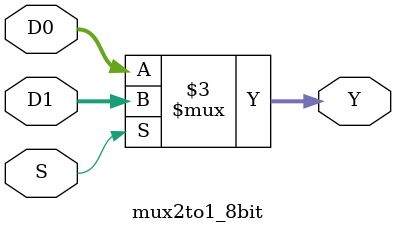
<source format=v>
module mux2to1_8bit (input [7:0] D0,input [7:0] D1,input S,output reg [7:0] Y);
    // WRITE YOUR CODE HERE
    always @(D0 or D1 or S) begin
        if (S) Y = D1;
        else Y = D0;
    end
endmodule

</source>
